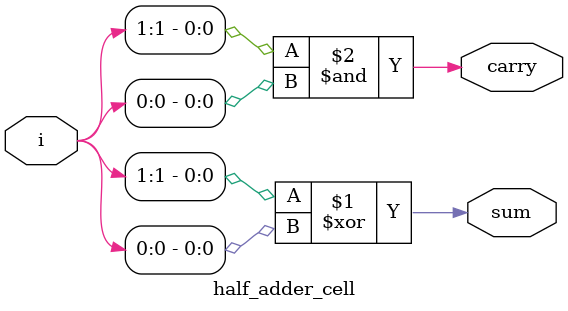
<source format=v>
module half_adder_cell(
input [1:0]i,
output sum, carry
);

assign sum=i[1]^i[0];
assign carry=i[1]&i[0];

endmodule
</source>
